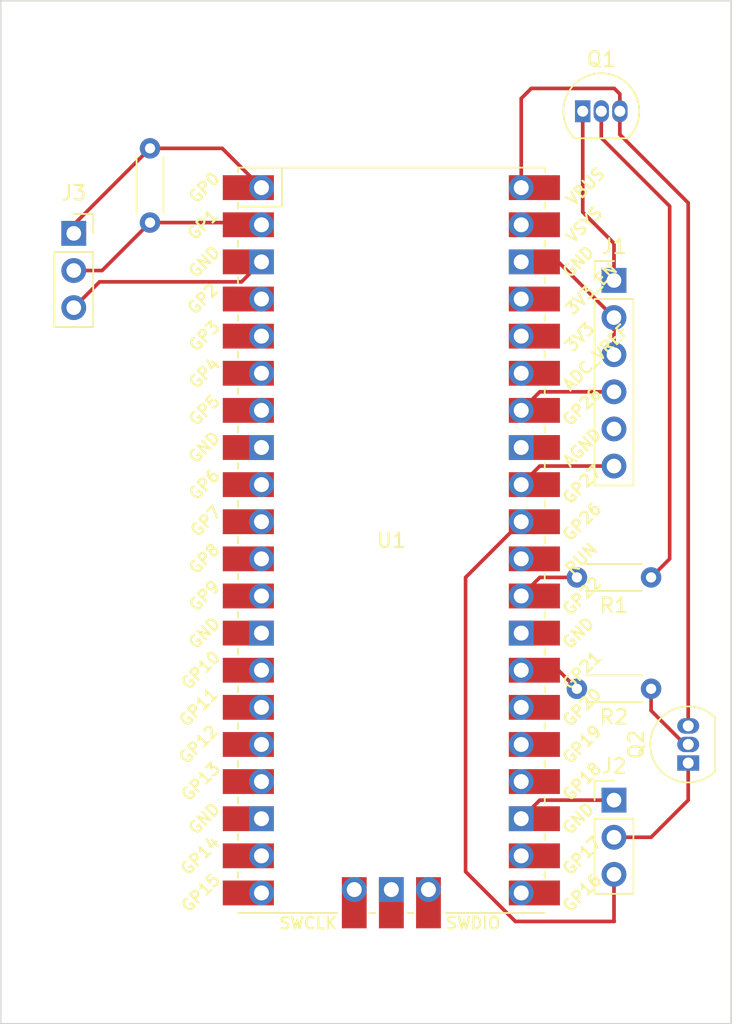
<source format=kicad_pcb>
(kicad_pcb (version 20221018) (generator pcbnew)
  (title_block (title "pico-hydroponics") (date "2023-07-18") (rev "0.0.1"))
  (layers (0 "F.Cu" signal) (31 "B.Cu" signal) (34 "B.Paste" user) (35 "F.Paste" user) (36 "B.SilkS" user "B.Silkscreen") (37 "F.SilkS" user "F.Silkscreen") (38 "B.Mask" user) (39 "F.Mask" user) (44 "Edge.Cuts" user))
  (net 0 "")
  (net 1 "Net-(J1-VCC)")
  (net 2 "Net-(J1-GND-Pad2)")
  (net 3 "Net-(J1-Po)")
  (net 5 "Net-(J1-To)")
  (net 6 "Net-(J2--)")
  (net 7 "Net-(J2-+)")
  (net 8 "+3.3V")
  (net 9 "Net-(J2-A)")
  (net 10 "Net-(J3-O)")
  (net 11 "Net-(J3--)")
  (net 12 "+5V")
  (net 13 "Net-(Q1-B)")
  (net 14 "Net-(Q2-B)")
  (net 15 "Net-(U1-GPIO22)")
  (net 16 "Net-(U1-GPIO21)")
  (footprint "Resistor_THT:R_Axial_DIN0204_L3.6mm_D1.6mm_P5.08mm_Horizontal" (layer "F.Cu") (at 121.52 75.08 180)
    (fp_text reference "R2" (at 2.54 -1.92 180) (layer "F.SilkS"))
    (fp_text value "1k")
    (fp_line (start 0.62 -0.92) (end 4.46 -0.92) (stroke (width 0.12)) (layer "F.SilkS"))
    (fp_line (start 0.62 0.92) (end 4.46 0.92) (stroke (width 0.12)) (layer "F.SilkS"))
    (pad "1" thru_hole circle (at 0 0 180) (size 1.4 1.4) (drill 0.7) (layers "*.Cu" "*.Mask") (net 14 "Net-(Q2-B)"))
    (pad "2" thru_hole oval (at 5.08 0 180) (size 1.4 1.4) (drill 0.7) (layers "*.Cu" "*.Mask") (net 16 "Net-(U1-GPIO21)"))
  )
  (footprint "Connector_PinHeader_2.54mm:PinHeader_1x06_P2.54mm_Vertical" (layer "F.Cu") (at 118.98 47.14)
    (fp_text reference "J1" (at 0 -2.33) (layer "F.SilkS"))
    (fp_text value "ph-4502c")
    (fp_line (start -1.33 -1.33) (end 0 -1.33) (stroke (width 0.12)) (layer "F.SilkS"))
    (fp_line (start -1.33 0) (end -1.33 -1.33) (stroke (width 0.12)) (layer "F.SilkS"))
    (fp_line (start -1.33 1.27) (end -1.33 14.03) (stroke (width 0.12)) (layer "F.SilkS"))
    (fp_line (start -1.33 1.27) (end 1.33 1.27) (stroke (width 0.12)) (layer "F.SilkS"))
    (fp_line (start -1.33 14.03) (end 1.33 14.03) (stroke (width 0.12)) (layer "F.SilkS"))
    (fp_line (start 1.33 1.27) (end 1.33 14.03) (stroke (width 0.12)) (layer "F.SilkS"))
    (pad "1" thru_hole rect (at 0 0) (size 1.7 1.7) (drill 1) (layers "*.Cu" "*.Mask") (net 1 "Net-(J1-VCC)"))
    (pad "2" thru_hole oval (at 0 2.54) (size 1.7 1.7) (drill 1) (layers "*.Cu" "*.Mask") (net 2 "Net-(J1-GND-Pad2)"))
    (pad "3" thru_hole oval (at 0 5.08) (size 1.7 1.7) (drill 1) (layers "*.Cu" "*.Mask") (net 2 "Net-(J1-GND-Pad2)"))
    (pad "4" thru_hole oval (at 0 7.62) (size 1.7 1.7) (drill 1) (layers "*.Cu" "*.Mask") (net 3 "Net-(J1-Po)"))
    (pad "5" thru_hole oval (at 0 10.16) (size 1.7 1.7) (drill 1) (layers "*.Cu" "*.Mask"))
    (pad "6" thru_hole oval (at 0 12.7) (size 1.7 1.7) (drill 1) (layers "*.Cu" "*.Mask") (net 5 "Net-(J1-To)"))
  )
  (footprint "Resistor_THT:R_Axial_DIN0204_L3.6mm_D1.6mm_P5.08mm_Horizontal" (layer "F.Cu") (at 87.22 38.1 -90)
    (fp_text reference "R3" hide)
    (fp_text value "10k")
    (fp_line (start 0.62 -0.92) (end 4.46 -0.92) (stroke (width 0.12)) (layer "F.SilkS"))
    (fp_line (start 0.62 0.92) (end 4.46 0.92) (stroke (width 0.12)) (layer "F.SilkS"))
    (pad "1" thru_hole circle (at 0 0 270) (size 1.4 1.4) (drill 0.7) (layers "*.Cu" "*.Mask") (net 8 "+3.3V"))
    (pad "2" thru_hole oval (at 5.08 0 270) (size 1.4 1.4) (drill 0.7) (layers "*.Cu" "*.Mask") (net 10 "Net-(J3-O)"))
  )
  (footprint "Connector_PinSocket_2.54mm:PinSocket_1x03_P2.54mm_Vertical" (layer "F.Cu") (at 82 43.92)
    (fp_text reference "J3" (at 0 -2.77) (layer "F.SilkS"))
    (fp_text value "dht22")
    (fp_line (start -1.33 1.27) (end -1.33 6.41) (stroke (width 0.12)) (layer "F.SilkS"))
    (fp_line (start -1.33 1.27) (end 1.33 1.27) (stroke (width 0.12)) (layer "F.SilkS"))
    (fp_line (start -1.33 6.41) (end 1.33 6.41) (stroke (width 0.12)) (layer "F.SilkS"))
    (fp_line (start 0 -1.33) (end 1.33 -1.33) (stroke (width 0.12)) (layer "F.SilkS"))
    (fp_line (start 1.33 -1.33) (end 1.33 0) (stroke (width 0.12)) (layer "F.SilkS"))
    (fp_line (start 1.33 1.27) (end 1.33 6.41) (stroke (width 0.12)) (layer "F.SilkS"))
    (pad "1" thru_hole rect (at 0 0) (size 1.7 1.7) (drill 1) (layers "*.Cu" "*.Mask") (net 8 "+3.3V"))
    (pad "2" thru_hole oval (at 0 2.54) (size 1.7 1.7) (drill 1) (layers "*.Cu" "*.Mask") (net 10 "Net-(J3-O)"))
    (pad "3" thru_hole oval (at 0 5.08) (size 1.7 1.7) (drill 1) (layers "*.Cu" "*.Mask") (net 11 "Net-(J3--)"))
  )
  (footprint "Package_TO_SOT_THT:TO-92_Inline" (layer "F.Cu") (at 124.06 80.16 90)
    (fp_text reference "Q2" (at 1.27 -3.56 90) (layer "F.SilkS"))
    (fp_text value "PN2222A")
    (fp_line (start -0.53 1.85) (end 3.07 1.85) (stroke (width 0.12)) (layer "F.SilkS"))
    (fp_arc (start -0.568478 1.838478) (mid -1.132087 -0.994977) (end 1.27 -2.6) (stroke (width 0.12)) (layer "F.SilkS"))
    (fp_arc (start 1.27 -2.6) (mid 3.672087 -0.994977) (end 3.108478 1.838478) (stroke (width 0.12)) (layer "F.SilkS"))
    (pad "1" thru_hole rect (at 0 0 90) (size 1.05 1.5) (drill 0.75) (layers "*.Cu" "*.Mask") (net 7 "Net-(J2-+)"))
    (pad "2" thru_hole oval (at 1.27 0 90) (size 1.05 1.5) (drill 0.75) (layers "*.Cu" "*.Mask") (net 14 "Net-(Q2-B)"))
    (pad "3" thru_hole oval (at 2.54 0 90) (size 1.05 1.5) (drill 0.75) (layers "*.Cu" "*.Mask") (net 12 "+5V"))
  )
  (footprint "MCU_RaspberryPi_and_Boards:RPi_Pico_SMD_TH" (layer "F.Cu") (at 103.74 64.92)
    (fp_text reference "U1" (at 0 0) (layer "F.SilkS"))
    (fp_text value "Pico")
    (fp_text user "GP28" (at 13.054 -9.144 45) (layer "F.SilkS") (effects (font (size 0.8 0.8))))
    (fp_text user "GP5" (at -12.8 -8.89 45) (layer "F.SilkS") (effects (font (size 0.8 0.8))))
    (fp_text user "GP11" (at -13.2 11.43 45) (layer "F.SilkS") (effects (font (size 0.8 0.8))))
    (fp_text user "SWDIO" (at 5.6 26.2) (layer "F.SilkS") (effects (font (size 0.8 0.8))))
    (fp_text user "GP18" (at 13.054 16.51 45) (layer "F.SilkS") (effects (font (size 0.8 0.8))))
    (fp_text user "GND" (at -12.8 19.05 45) (layer "F.SilkS") (effects (font (size 0.8 0.8))))
    (fp_text user "GP1" (at -12.9 -21.6 45) (layer "F.SilkS") (effects (font (size 0.8 0.8))))
    (fp_text user "ADC_VREF" (at 14 -12.5 45) (layer "F.SilkS") (effects (font (size 0.8 0.8))))
    (fp_text user "GND" (at -12.8 6.35 45) (layer "F.SilkS") (effects (font (size 0.8 0.8))))
    (fp_text user "GND" (at -12.8 -19.05 45) (layer "F.SilkS") (effects (font (size 0.8 0.8))))
    (fp_text user "GP9" (at -12.8 3.81 45) (layer "F.SilkS") (effects (font (size 0.8 0.8))))
    (fp_text user "GP12" (at -13.2 13.97 45) (layer "F.SilkS") (effects (font (size 0.8 0.8))))
    (fp_text user "GND" (at -12.8 -6.35 45) (layer "F.SilkS") (effects (font (size 0.8 0.8))))
    (fp_text user "3V3" (at 12.9 -13.9 45) (layer "F.SilkS") (effects (font (size 0.8 0.8))))
    (fp_text user "GP16" (at 13.054 24.13 45) (layer "F.SilkS") (effects (font (size 0.8 0.8))))
    (fp_text user "GP22" (at 13.054 3.81 45) (layer "F.SilkS") (effects (font (size 0.8 0.8))))
    (fp_text user "GP15" (at -13.054 24.13 45) (layer "F.SilkS") (effects (font (size 0.8 0.8))))
    (fp_text user "GP3" (at -12.8 -13.97 45) (layer "F.SilkS") (effects (font (size 0.8 0.8))))
    (fp_text user "GND" (at 12.8 6.35 45) (layer "F.SilkS") (effects (font (size 0.8 0.8))))
    (fp_text user "GP27" (at 13.054 -3.8 45) (layer "F.SilkS") (effects (font (size 0.8 0.8))))
    (fp_text user "GP19" (at 13.054 13.97 45) (layer "F.SilkS") (effects (font (size 0.8 0.8))))
    (fp_text user "GP7" (at -12.7 -1.3 45) (layer "F.SilkS") (effects (font (size 0.8 0.8))))
    (fp_text user "SWCLK" (at -5.7 26.2) (layer "F.SilkS") (effects (font (size 0.8 0.8))))
    (fp_text user "GP21" (at 13.054 8.9 45) (layer "F.SilkS") (effects (font (size 0.8 0.8))))
    (fp_text user "GP26" (at 13.054 -1.27 45) (layer "F.SilkS") (effects (font (size 0.8 0.8))))
    (fp_text user "VBUS" (at 13.3 -24.2 45) (layer "F.SilkS") (effects (font (size 0.8 0.8))))
    (fp_text user "GND" (at 12.8 19.05 45) (layer "F.SilkS") (effects (font (size 0.8 0.8))))
    (fp_text user "AGND" (at 13.054 -6.35 45) (layer "F.SilkS") (effects (font (size 0.8 0.8))))
    (fp_text user "GP8" (at -12.8 1.27 45) (layer "F.SilkS") (effects (font (size 0.8 0.8))))
    (fp_text user "GP17" (at 13.054 21.59 45) (layer "F.SilkS") (effects (font (size 0.8 0.8))))
    (fp_text user "GND" (at 12.8 -19.05 45) (layer "F.SilkS") (effects (font (size 0.8 0.8))))
    (fp_text user "GP0" (at -12.8 -24.13 45) (layer "F.SilkS") (effects (font (size 0.8 0.8))))
    (fp_text user "VSYS" (at 13.2 -21.59 45) (layer "F.SilkS") (effects (font (size 0.8 0.8))))
    (fp_text user "GP6" (at -12.8 -3.81 45) (layer "F.SilkS") (effects (font (size 0.8 0.8))))
    (fp_text user "RUN" (at 13 1.27 45) (layer "F.SilkS") (effects (font (size 0.8 0.8))))
    (fp_text user "3V3_EN" (at 13.7 -17.2 45) (layer "F.SilkS") (effects (font (size 0.8 0.8))))
    (fp_text user "GP10" (at -13.054 8.89 45) (layer "F.SilkS") (effects (font (size 0.8 0.8))))
    (fp_text user "GP20" (at 13.054 11.43 45) (layer "F.SilkS") (effects (font (size 0.8 0.8))))
    (fp_text user "GP14" (at -13.1 21.59 45) (layer "F.SilkS") (effects (font (size 0.8 0.8))))
    (fp_text user "GP13" (at -13.054 16.51 45) (layer "F.SilkS") (effects (font (size 0.8 0.8))))
    (fp_text user "GP2" (at -12.9 -16.51 45) (layer "F.SilkS") (effects (font (size 0.8 0.8))))
    (fp_text user "GP4" (at -12.8 -11.43 45) (layer "F.SilkS") (effects (font (size 0.8 0.8))))
    (fp_line (start -10.5 -25.5) (end -10.5 -25.2) (stroke (width 0.12)) (layer "F.SilkS"))
    (fp_line (start -10.5 -25.5) (end 10.5 -25.5) (stroke (width 0.12)) (layer "F.SilkS"))
    (fp_line (start -10.5 -23.1) (end -10.5 -22.7) (stroke (width 0.12)) (layer "F.SilkS"))
    (fp_line (start -10.5 -22.833) (end -7.493 -22.833) (stroke (width 0.12)) (layer "F.SilkS"))
    (fp_line (start -10.5 -20.5) (end -10.5 -20.1) (stroke (width 0.12)) (layer "F.SilkS"))
    (fp_line (start -10.5 -18) (end -10.5 -17.6) (stroke (width 0.12)) (layer "F.SilkS"))
    (fp_line (start -10.5 -15.4) (end -10.5 -15) (stroke (width 0.12)) (layer "F.SilkS"))
    (fp_line (start -10.5 -12.9) (end -10.5 -12.5) (stroke (width 0.12)) (layer "F.SilkS"))
    (fp_line (start -10.5 -10.4) (end -10.5 -10) (stroke (width 0.12)) (layer "F.SilkS"))
    (fp_line (start -10.5 -7.8) (end -10.5 -7.4) (stroke (width 0.12)) (layer "F.SilkS"))
    (fp_line (start -10.5 -5.3) (end -10.5 -4.9) (stroke (width 0.12)) (layer "F.SilkS"))
    (fp_line (start -10.5 -2.7) (end -10.5 -2.3) (stroke (width 0.12)) (layer "F.SilkS"))
    (fp_line (start -10.5 -0.2) (end -10.5 0.2) (stroke (width 0.12)) (layer "F.SilkS"))
    (fp_line (start -10.5 2.3) (end -10.5 2.7) (stroke (width 0.12)) (layer "F.SilkS"))
    (fp_line (start -10.5 4.9) (end -10.5 5.3) (stroke (width 0.12)) (layer "F.SilkS"))
    (fp_line (start -10.5 7.4) (end -10.5 7.8) (stroke (width 0.12)) (layer "F.SilkS"))
    (fp_line (start -10.5 10) (end -10.5 10.4) (stroke (width 0.12)) (layer "F.SilkS"))
    (fp_line (start -10.5 12.5) (end -10.5 12.9) (stroke (width 0.12)) (layer "F.SilkS"))
    (fp_line (start -10.5 15.1) (end -10.5 15.5) (stroke (width 0.12)) (layer "F.SilkS"))
    (fp_line (start -10.5 17.6) (end -10.5 18) (stroke (width 0.12)) (layer "F.SilkS"))
    (fp_line (start -10.5 20.1) (end -10.5 20.5) (stroke (width 0.12)) (layer "F.SilkS"))
    (fp_line (start -10.5 22.7) (end -10.5 23.1) (stroke (width 0.12)) (layer "F.SilkS"))
    (fp_line (start -7.493 -22.833) (end -7.493 -25.5) (stroke (width 0.12)) (layer "F.SilkS"))
    (fp_line (start -3.7 25.5) (end -10.5 25.5) (stroke (width 0.12)) (layer "F.SilkS"))
    (fp_line (start -1.5 25.5) (end -1.1 25.5) (stroke (width 0.12)) (layer "F.SilkS"))
    (fp_line (start 1.1 25.5) (end 1.5 25.5) (stroke (width 0.12)) (layer "F.SilkS"))
    (fp_line (start 10.5 -25.5) (end 10.5 -25.2) (stroke (width 0.12)) (layer "F.SilkS"))
    (fp_line (start 10.5 -23.1) (end 10.5 -22.7) (stroke (width 0.12)) (layer "F.SilkS"))
    (fp_line (start 10.5 -20.5) (end 10.5 -20.1) (stroke (width 0.12)) (layer "F.SilkS"))
    (fp_line (start 10.5 -18) (end 10.5 -17.6) (stroke (width 0.12)) (layer "F.SilkS"))
    (fp_line (start 10.5 -15.4) (end 10.5 -15) (stroke (width 0.12)) (layer "F.SilkS"))
    (fp_line (start 10.5 -12.9) (end 10.5 -12.5) (stroke (width 0.12)) (layer "F.SilkS"))
    (fp_line (start 10.5 -10.4) (end 10.5 -10) (stroke (width 0.12)) (layer "F.SilkS"))
    (fp_line (start 10.5 -7.8) (end 10.5 -7.4) (stroke (width 0.12)) (layer "F.SilkS"))
    (fp_line (start 10.5 -5.3) (end 10.5 -4.9) (stroke (width 0.12)) (layer "F.SilkS"))
    (fp_line (start 10.5 -2.7) (end 10.5 -2.3) (stroke (width 0.12)) (layer "F.SilkS"))
    (fp_line (start 10.5 -0.2) (end 10.5 0.2) (stroke (width 0.12)) (layer "F.SilkS"))
    (fp_line (start 10.5 2.3) (end 10.5 2.7) (stroke (width 0.12)) (layer "F.SilkS"))
    (fp_line (start 10.5 4.9) (end 10.5 5.3) (stroke (width 0.12)) (layer "F.SilkS"))
    (fp_line (start 10.5 7.4) (end 10.5 7.8) (stroke (width 0.12)) (layer "F.SilkS"))
    (fp_line (start 10.5 10) (end 10.5 10.4) (stroke (width 0.12)) (layer "F.SilkS"))
    (fp_line (start 10.5 12.5) (end 10.5 12.9) (stroke (width 0.12)) (layer "F.SilkS"))
    (fp_line (start 10.5 15.1) (end 10.5 15.5) (stroke (width 0.12)) (layer "F.SilkS"))
    (fp_line (start 10.5 17.6) (end 10.5 18) (stroke (width 0.12)) (layer "F.SilkS"))
    (fp_line (start 10.5 20.1) (end 10.5 20.5) (stroke (width 0.12)) (layer "F.SilkS"))
    (fp_line (start 10.5 22.7) (end 10.5 23.1) (stroke (width 0.12)) (layer "F.SilkS"))
    (fp_line (start 10.5 25.5) (end 3.7 25.5) (stroke (width 0.12)) (layer "F.SilkS"))
    (pad "" np_thru_hole oval (at -2.725 -24) (size 1.8 1.8) (drill 1.8) (layers "*.Cu" "*.Mask"))
    (pad "" np_thru_hole oval (at -2.425 -20.97) (size 1.5 1.5) (drill 1.5) (layers "*.Cu" "*.Mask"))
    (pad "" np_thru_hole oval (at 2.425 -20.97) (size 1.5 1.5) (drill 1.5) (layers "*.Cu" "*.Mask"))
    (pad "" np_thru_hole oval (at 2.725 -24) (size 1.8 1.8) (drill 1.8) (layers "*.Cu" "*.Mask"))
    (pad "1" thru_hole oval (at -8.89 -24.13) (size 1.7 1.7) (drill 1.02) (layers "*.Cu" "*.Mask") (net 8 "+3.3V"))
    (pad "1" smd rect (at -8.89 -24.13) (size 3.5 1.7) (drill (offset -0.9 0)) (layers "F.Cu" "F.Mask") (net 8 "+3.3V"))
    (pad "2" thru_hole oval (at -8.89 -21.59) (size 1.7 1.7) (drill 1.02) (layers "*.Cu" "*.Mask") (net 10 "Net-(J3-O)"))
    (pad "2" smd rect (at -8.89 -21.59) (size 3.5 1.7) (drill (offset -0.9 0)) (layers "F.Cu" "F.Mask") (net 10 "Net-(J3-O)"))
    (pad "3" thru_hole rect (at -8.89 -19.05) (size 1.7 1.7) (drill 1.02) (layers "*.Cu" "*.Mask") (net 11 "Net-(J3--)"))
    (pad "3" smd rect (at -8.89 -19.05) (size 3.5 1.7) (drill (offset -0.9 0)) (layers "F.Cu" "F.Mask") (net 11 "Net-(J3--)"))
    (pad "4" thru_hole oval (at -8.89 -16.51) (size 1.7 1.7) (drill 1.02) (layers "*.Cu" "*.Mask"))
    (pad "4" smd rect (at -8.89 -16.51) (size 3.5 1.7) (drill (offset -0.9 0)) (layers "F.Cu" "F.Mask"))
    (pad "5" thru_hole oval (at -8.89 -13.97) (size 1.7 1.7) (drill 1.02) (layers "*.Cu" "*.Mask"))
    (pad "5" smd rect (at -8.89 -13.97) (size 3.5 1.7) (drill (offset -0.9 0)) (layers "F.Cu" "F.Mask"))
    (pad "6" thru_hole oval (at -8.89 -11.43) (size 1.7 1.7) (drill 1.02) (layers "*.Cu" "*.Mask"))
    (pad "6" smd rect (at -8.89 -11.43) (size 3.5 1.7) (drill (offset -0.9 0)) (layers "F.Cu" "F.Mask"))
    (pad "7" thru_hole oval (at -8.89 -8.89) (size 1.7 1.7) (drill 1.02) (layers "*.Cu" "*.Mask"))
    (pad "7" smd rect (at -8.89 -8.89) (size 3.5 1.7) (drill (offset -0.9 0)) (layers "F.Cu" "F.Mask"))
    (pad "8" thru_hole rect (at -8.89 -6.35) (size 1.7 1.7) (drill 1.02) (layers "*.Cu" "*.Mask"))
    (pad "8" smd rect (at -8.89 -6.35) (size 3.5 1.7) (drill (offset -0.9 0)) (layers "F.Cu" "F.Mask"))
    (pad "9" thru_hole oval (at -8.89 -3.81) (size 1.7 1.7) (drill 1.02) (layers "*.Cu" "*.Mask"))
    (pad "9" smd rect (at -8.89 -3.81) (size 3.5 1.7) (drill (offset -0.9 0)) (layers "F.Cu" "F.Mask"))
    (pad "10" thru_hole oval (at -8.89 -1.27) (size 1.7 1.7) (drill 1.02) (layers "*.Cu" "*.Mask"))
    (pad "10" smd rect (at -8.89 -1.27) (size 3.5 1.7) (drill (offset -0.9 0)) (layers "F.Cu" "F.Mask"))
    (pad "11" thru_hole oval (at -8.89 1.27) (size 1.7 1.7) (drill 1.02) (layers "*.Cu" "*.Mask"))
    (pad "11" smd rect (at -8.89 1.27) (size 3.5 1.7) (drill (offset -0.9 0)) (layers "F.Cu" "F.Mask"))
    (pad "12" thru_hole oval (at -8.89 3.81) (size 1.7 1.7) (drill 1.02) (layers "*.Cu" "*.Mask"))
    (pad "12" smd rect (at -8.89 3.81) (size 3.5 1.7) (drill (offset -0.9 0)) (layers "F.Cu" "F.Mask"))
    (pad "13" thru_hole rect (at -8.89 6.35) (size 1.7 1.7) (drill 1.02) (layers "*.Cu" "*.Mask"))
    (pad "13" smd rect (at -8.89 6.35) (size 3.5 1.7) (drill (offset -0.9 0)) (layers "F.Cu" "F.Mask"))
    (pad "14" thru_hole oval (at -8.89 8.89) (size 1.7 1.7) (drill 1.02) (layers "*.Cu" "*.Mask"))
    (pad "14" smd rect (at -8.89 8.89) (size 3.5 1.7) (drill (offset -0.9 0)) (layers "F.Cu" "F.Mask"))
    (pad "15" thru_hole oval (at -8.89 11.43) (size 1.7 1.7) (drill 1.02) (layers "*.Cu" "*.Mask"))
    (pad "15" smd rect (at -8.89 11.43) (size 3.5 1.7) (drill (offset -0.9 0)) (layers "F.Cu" "F.Mask"))
    (pad "16" thru_hole oval (at -8.89 13.97) (size 1.7 1.7) (drill 1.02) (layers "*.Cu" "*.Mask"))
    (pad "16" smd rect (at -8.89 13.97) (size 3.5 1.7) (drill (offset -0.9 0)) (layers "F.Cu" "F.Mask"))
    (pad "17" thru_hole oval (at -8.89 16.51) (size 1.7 1.7) (drill 1.02) (layers "*.Cu" "*.Mask"))
    (pad "17" smd rect (at -8.89 16.51) (size 3.5 1.7) (drill (offset -0.9 0)) (layers "F.Cu" "F.Mask"))
    (pad "18" thru_hole rect (at -8.89 19.05) (size 1.7 1.7) (drill 1.02) (layers "*.Cu" "*.Mask"))
    (pad "18" smd rect (at -8.89 19.05) (size 3.5 1.7) (drill (offset -0.9 0)) (layers "F.Cu" "F.Mask"))
    (pad "19" thru_hole oval (at -8.89 21.59) (size 1.7 1.7) (drill 1.02) (layers "*.Cu" "*.Mask"))
    (pad "19" smd rect (at -8.89 21.59) (size 3.5 1.7) (drill (offset -0.9 0)) (layers "F.Cu" "F.Mask"))
    (pad "20" thru_hole oval (at -8.89 24.13) (size 1.7 1.7) (drill 1.02) (layers "*.Cu" "*.Mask"))
    (pad "20" smd rect (at -8.89 24.13) (size 3.5 1.7) (drill (offset -0.9 0)) (layers "F.Cu" "F.Mask"))
    (pad "21" thru_hole oval (at 8.89 24.13) (size 1.7 1.7) (drill 1.02) (layers "*.Cu" "*.Mask"))
    (pad "21" smd rect (at 8.89 24.13) (size 3.5 1.7) (drill (offset 0.9 0)) (layers "F.Cu" "F.Mask"))
    (pad "22" thru_hole oval (at 8.89 21.59) (size 1.7 1.7) (drill 1.02) (layers "*.Cu" "*.Mask"))
    (pad "22" smd rect (at 8.89 21.59) (size 3.5 1.7) (drill (offset 0.9 0)) (layers "F.Cu" "F.Mask"))
    (pad "23" thru_hole rect (at 8.89 19.05) (size 1.7 1.7) (drill 1.02) (layers "*.Cu" "*.Mask") (net 6 "Net-(J2--)"))
    (pad "23" smd rect (at 8.89 19.05) (size 3.5 1.7) (drill (offset 0.9 0)) (layers "F.Cu" "F.Mask") (net 6 "Net-(J2--)"))
    (pad "24" thru_hole oval (at 8.89 16.51) (size 1.7 1.7) (drill 1.02) (layers "*.Cu" "*.Mask"))
    (pad "24" smd rect (at 8.89 16.51) (size 3.5 1.7) (drill (offset 0.9 0)) (layers "F.Cu" "F.Mask"))
    (pad "25" thru_hole oval (at 8.89 13.97) (size 1.7 1.7) (drill 1.02) (layers "*.Cu" "*.Mask"))
    (pad "25" smd rect (at 8.89 13.97) (size 3.5 1.7) (drill (offset 0.9 0)) (layers "F.Cu" "F.Mask"))
    (pad "26" thru_hole oval (at 8.89 11.43) (size 1.7 1.7) (drill 1.02) (layers "*.Cu" "*.Mask"))
    (pad "26" smd rect (at 8.89 11.43) (size 3.5 1.7) (drill (offset 0.9 0)) (layers "F.Cu" "F.Mask"))
    (pad "27" thru_hole oval (at 8.89 8.89) (size 1.7 1.7) (drill 1.02) (layers "*.Cu" "*.Mask") (net 16 "Net-(U1-GPIO21)"))
    (pad "27" smd rect (at 8.89 8.89) (size 3.5 1.7) (drill (offset 0.9 0)) (layers "F.Cu" "F.Mask") (net 16 "Net-(U1-GPIO21)"))
    (pad "28" thru_hole rect (at 8.89 6.35) (size 1.7 1.7) (drill 1.02) (layers "*.Cu" "*.Mask"))
    (pad "28" smd rect (at 8.89 6.35) (size 3.5 1.7) (drill (offset 0.9 0)) (layers "F.Cu" "F.Mask"))
    (pad "29" thru_hole oval (at 8.89 3.81) (size 1.7 1.7) (drill 1.02) (layers "*.Cu" "*.Mask") (net 15 "Net-(U1-GPIO22)"))
    (pad "29" smd rect (at 8.89 3.81) (size 3.5 1.7) (drill (offset 0.9 0)) (layers "F.Cu" "F.Mask") (net 15 "Net-(U1-GPIO22)"))
    (pad "30" thru_hole oval (at 8.89 1.27) (size 1.7 1.7) (drill 1.02) (layers "*.Cu" "*.Mask"))
    (pad "30" smd rect (at 8.89 1.27) (size 3.5 1.7) (drill (offset 0.9 0)) (layers "F.Cu" "F.Mask"))
    (pad "31" thru_hole oval (at 8.89 -1.27) (size 1.7 1.7) (drill 1.02) (layers "*.Cu" "*.Mask") (net 9 "Net-(J2-A)"))
    (pad "31" smd rect (at 8.89 -1.27) (size 3.5 1.7) (drill (offset 0.9 0)) (layers "F.Cu" "F.Mask") (net 9 "Net-(J2-A)"))
    (pad "32" thru_hole oval (at 8.89 -3.81) (size 1.7 1.7) (drill 1.02) (layers "*.Cu" "*.Mask") (net 5 "Net-(J1-To)"))
    (pad "32" smd rect (at 8.89 -3.81) (size 3.5 1.7) (drill (offset 0.9 0)) (layers "F.Cu" "F.Mask") (net 5 "Net-(J1-To)"))
    (pad "33" thru_hole rect (at 8.89 -6.35) (size 1.7 1.7) (drill 1.02) (layers "*.Cu" "*.Mask"))
    (pad "33" smd rect (at 8.89 -6.35) (size 3.5 1.7) (drill (offset 0.9 0)) (layers "F.Cu" "F.Mask"))
    (pad "34" thru_hole oval (at 8.89 -8.89) (size 1.7 1.7) (drill 1.02) (layers "*.Cu" "*.Mask") (net 3 "Net-(J1-Po)"))
    (pad "34" smd rect (at 8.89 -8.89) (size 3.5 1.7) (drill (offset 0.9 0)) (layers "F.Cu" "F.Mask") (net 3 "Net-(J1-Po)"))
    (pad "35" thru_hole oval (at 8.89 -11.43) (size 1.7 1.7) (drill 1.02) (layers "*.Cu" "*.Mask"))
    (pad "35" smd rect (at 8.89 -11.43) (size 3.5 1.7) (drill (offset 0.9 0)) (layers "F.Cu" "F.Mask"))
    (pad "36" thru_hole oval (at 8.89 -13.97) (size 1.7 1.7) (drill 1.02) (layers "*.Cu" "*.Mask"))
    (pad "36" smd rect (at 8.89 -13.97) (size 3.5 1.7) (drill (offset 0.9 0)) (layers "F.Cu" "F.Mask"))
    (pad "37" thru_hole oval (at 8.89 -16.51) (size 1.7 1.7) (drill 1.02) (layers "*.Cu" "*.Mask"))
    (pad "37" smd rect (at 8.89 -16.51) (size 3.5 1.7) (drill (offset 0.9 0)) (layers "F.Cu" "F.Mask"))
    (pad "38" thru_hole rect (at 8.89 -19.05) (size 1.7 1.7) (drill 1.02) (layers "*.Cu" "*.Mask") (net 2 "Net-(J1-GND-Pad2)"))
    (pad "38" smd rect (at 8.89 -19.05) (size 3.5 1.7) (drill (offset 0.9 0)) (layers "F.Cu" "F.Mask") (net 2 "Net-(J1-GND-Pad2)"))
    (pad "39" thru_hole oval (at 8.89 -21.59) (size 1.7 1.7) (drill 1.02) (layers "*.Cu" "*.Mask"))
    (pad "39" smd rect (at 8.89 -21.59) (size 3.5 1.7) (drill (offset 0.9 0)) (layers "F.Cu" "F.Mask"))
    (pad "40" thru_hole oval (at 8.89 -24.13) (size 1.7 1.7) (drill 1.02) (layers "*.Cu" "*.Mask") (net 12 "+5V"))
    (pad "40" smd rect (at 8.89 -24.13) (size 3.5 1.7) (drill (offset 0.9 0)) (layers "F.Cu" "F.Mask") (net 12 "+5V"))
    (pad "41" thru_hole oval (at -2.54 23.9) (size 1.7 1.7) (drill 1.02) (layers "*.Cu" "*.Mask"))
    (pad "41" smd rect (at -2.54 23.9 90) (size 3.5 1.7) (drill (offset -0.9 0)) (layers "F.Cu" "F.Mask"))
    (pad "42" thru_hole rect (at 0 23.9) (size 1.7 1.7) (drill 1.02) (layers "*.Cu" "*.Mask"))
    (pad "42" smd rect (at 0 23.9 90) (size 3.5 1.7) (drill (offset -0.9 0)) (layers "F.Cu" "F.Mask"))
    (pad "43" thru_hole oval (at 2.54 23.9) (size 1.7 1.7) (drill 1.02) (layers "*.Cu" "*.Mask"))
    (pad "43" smd rect (at 2.54 23.9 90) (size 3.5 1.7) (drill (offset -0.9 0)) (layers "F.Cu" "F.Mask"))
  )
  (footprint "Connector_PinHeader_2.54mm:PinHeader_1x03_P2.54mm_Vertical" (layer "F.Cu") (at 118.98 82.7)
    (fp_text reference "J2" (at 0 -2.33 -360) (layer "F.SilkS"))
    (fp_text value "TDS meter")
    (fp_line (start -1.33 -1.33) (end 0 -1.33) (stroke (width 0.12)) (layer "F.SilkS"))
    (fp_line (start -1.33 0) (end -1.33 -1.33) (stroke (width 0.12)) (layer "F.SilkS"))
    (fp_line (start -1.33 1.27) (end -1.33 6.41) (stroke (width 0.12)) (layer "F.SilkS"))
    (fp_line (start -1.33 1.27) (end 1.33 1.27) (stroke (width 0.12)) (layer "F.SilkS"))
    (fp_line (start -1.33 6.41) (end 1.33 6.41) (stroke (width 0.12)) (layer "F.SilkS"))
    (fp_line (start 1.33 1.27) (end 1.33 6.41) (stroke (width 0.12)) (layer "F.SilkS"))
    (pad "1" thru_hole rect (at 0 0) (size 1.7 1.7) (drill 1) (layers "*.Cu" "*.Mask") (net 6 "Net-(J2--)"))
    (pad "2" thru_hole oval (at 0 2.54) (size 1.7 1.7) (drill 1) (layers "*.Cu" "*.Mask") (net 7 "Net-(J2-+)"))
    (pad "3" thru_hole oval (at 0 5.08) (size 1.7 1.7) (drill 1) (layers "*.Cu" "*.Mask") (net 9 "Net-(J2-A)"))
  )
  (footprint "Package_TO_SOT_THT:TO-92_Inline" (layer "F.Cu") (at 116.84 35.56)
    (fp_text reference "Q1" (at 1.27 -3.56) (layer "F.SilkS"))
    (fp_text value "PN2222A" hide)
    (fp_line (start -0.53 1.85) (end 3.07 1.85) (stroke (width 0.12)) (layer "F.SilkS"))
    (fp_arc (start -0.568478 1.838478) (mid -1.132087 -0.994977) (end 1.27 -2.6) (stroke (width 0.12)) (layer "F.SilkS"))
    (fp_arc (start 1.27 -2.6) (mid 3.672087 -0.994977) (end 3.108478 1.838478) (stroke (width 0.12)) (layer "F.SilkS"))
    (pad "1" thru_hole rect (at 0 0) (size 1.05 1.5) (drill 0.75) (layers "*.Cu" "*.Mask") (net 1 "Net-(J1-VCC)"))
    (pad "2" thru_hole oval (at 1.27 0) (size 1.05 1.5) (drill 0.75) (layers "*.Cu" "*.Mask") (net 13 "Net-(Q1-B)"))
    (pad "3" thru_hole oval (at 2.54 0) (size 1.05 1.5) (drill 0.75) (layers "*.Cu" "*.Mask") (net 12 "+5V"))
  )
  (footprint "Resistor_THT:R_Axial_DIN0204_L3.6mm_D1.6mm_P5.08mm_Horizontal" (layer "F.Cu") (at 121.52 67.46 180)
    (fp_text reference "R1" (at 2.54 -1.92 180) (layer "F.SilkS"))
    (fp_text value "1k")
    (fp_line (start 0.62 -0.92) (end 4.46 -0.92) (stroke (width 0.12)) (layer "F.SilkS"))
    (fp_line (start 0.62 0.92) (end 4.46 0.92) (stroke (width 0.12)) (layer "F.SilkS"))
    (pad "1" thru_hole circle (at 0 0 180) (size 1.4 1.4) (drill 0.7) (layers "*.Cu" "*.Mask") (net 13 "Net-(Q1-B)"))
    (pad "2" thru_hole oval (at 5.08 0 180) (size 1.4 1.4) (drill 0.7) (layers "*.Cu" "*.Mask") (net 15 "Net-(U1-GPIO22)"))
  )
  (gr_rect (start 77 28) (end 127 98) (stroke (width 0.1)) (fill none) (layer "Edge.Cuts"))
  (segment (start 116.84 42.46) (end 118.98 44.6) (width 0.25) (layer "F.Cu") (net 1))
  (segment (start 118.98 47.14) (end 118.98 44.6) (width 0.25) (layer "F.Cu") (net 1))
  (segment (start 116.84 35.56) (end 116.84 42.46) (width 0.25) (layer "F.Cu") (net 1))
  (segment (start 112.63 45.87) (end 115.17 45.87) (width 0.25) (layer "F.Cu") (net 2))
  (segment (start 115.17 45.87) (end 118.98 49.68) (width 0.25) (layer "F.Cu") (net 2))
  (segment (start 118.98 52.22) (end 118.98 49.68) (width 0.25) (layer "F.Cu") (net 2))
  (segment (start 113.9 54.76) (end 112.63 56.03) (width 0.25) (layer "F.Cu") (net 3))
  (segment (start 118.98 54.76) (end 113.9 54.76) (width 0.25) (layer "F.Cu") (net 3))
  (segment (start 118.98 59.84) (end 113.9 59.84) (width 0.25) (layer "F.Cu") (net 5))
  (segment (start 113.9 59.84) (end 112.63 61.11) (width 0.25) (layer "F.Cu") (net 5))
  (segment (start 113.9 82.7) (end 118.98 82.7) (width 0.25) (layer "F.Cu") (net 6))
  (segment (start 112.63 83.97) (end 113.9 82.7) (width 0.25) (layer "F.Cu") (net 6))
  (segment (start 124.06 82.7) (end 124.06 80.16) (width 0.25) (layer "F.Cu") (net 7))
  (segment (start 121.52 85.24) (end 124.06 82.7) (width 0.25) (layer "F.Cu") (net 7))
  (segment (start 118.98 85.24) (end 121.52 85.24) (width 0.25) (layer "F.Cu") (net 7))
  (segment (start 94.85 40.79) (end 92.16 38.1) (width 0.25) (layer "F.Cu") (net 8))
  (segment (start 82 43.92) (end 82 43.32) (width 0.25) (layer "F.Cu") (net 8))
  (segment (start 92.16 38.1) (end 87.22 38.1) (width 0.25) (layer "F.Cu") (net 8))
  (segment (start 82 43.32) (end 87.22 38.1) (width 0.25) (layer "F.Cu") (net 8))
  (segment (start 118.98 90.98) (end 118.98 87.78) (width 0.25) (layer "F.Cu") (net 9))
  (segment (start 119 91) (end 118.98 90.98) (width 0.25) (layer "F.Cu") (net 9))
  (segment (start 108.82 67.46) (end 108.82 87.59) (width 0.25) (layer "F.Cu") (net 9))
  (segment (start 112.63 63.65) (end 108.82 67.46) (width 0.25) (layer "F.Cu") (net 9))
  (segment (start 108.82 87.59) (end 112.23 91) (width 0.25) (layer "F.Cu") (net 9))
  (segment (start 112.23 91) (end 119 91) (width 0.25) (layer "F.Cu") (net 9))
  (segment (start 87.22 43.18) (end 94.7 43.18) (width 0.25) (layer "F.Cu") (net 10))
  (segment (start 94.7 43.18) (end 94.85 43.33) (width 0.25) (layer "F.Cu") (net 10))
  (segment (start 82 46.46) (end 83.94 46.46) (width 0.25) (layer "F.Cu") (net 10))
  (segment (start 83.94 46.46) (end 87.22 43.18) (width 0.25) (layer "F.Cu") (net 10))
  (segment (start 83.765 47.235) (end 93.485 47.235) (width 0.25) (layer "F.Cu") (net 11))
  (segment (start 93.485 47.235) (end 94.85 45.87) (width 0.25) (layer "F.Cu") (net 11))
  (segment (start 82 49) (end 83.765 47.235) (width 0.25) (layer "F.Cu") (net 11))
  (segment (start 119 34) (end 119.38 34.38) (width 0.25) (layer "F.Cu") (net 12))
  (segment (start 119.38 37.155) (end 124.06 41.835) (width 0.25) (layer "F.Cu") (net 12))
  (segment (start 112.63 40.79) (end 112.63 34.69) (width 0.25) (layer "F.Cu") (net 12))
  (segment (start 119.38 34.38) (end 119.38 35.56) (width 0.25) (layer "F.Cu") (net 12))
  (segment (start 119.38 35.56) (end 119.38 37.155) (width 0.25) (layer "F.Cu") (net 12))
  (segment (start 113.32 34) (end 119 34) (width 0.25) (layer "F.Cu") (net 12))
  (segment (start 112.63 34.69) (end 113.32 34) (width 0.25) (layer "F.Cu") (net 12))
  (segment (start 124.06 41.835) (end 124.06 77.62) (width 0.25) (layer "F.Cu") (net 12))
  (segment (start 122.79 66.19) (end 122.79 42.06) (width 0.25) (layer "F.Cu") (net 13))
  (segment (start 118.11 37.38) (end 118.11 35.56) (width 0.25) (layer "F.Cu") (net 13))
  (segment (start 122.79 42.06) (end 118.11 37.38) (width 0.25) (layer "F.Cu") (net 13))
  (segment (start 121.52 67.46) (end 122.79 66.19) (width 0.25) (layer "F.Cu") (net 13))
  (segment (start 123.835 78.89) (end 124.06 78.89) (width 0.25) (layer "F.Cu") (net 14))
  (segment (start 121.52 76.575) (end 123.835 78.89) (width 0.25) (layer "F.Cu") (net 14))
  (segment (start 121.52 75.08) (end 121.52 76.575) (width 0.25) (layer "F.Cu") (net 14))
  (segment (start 112.63 68.73) (end 113.9 67.46) (width 0.25) (layer "F.Cu") (net 15))
  (segment (start 113.9 67.46) (end 116.44 67.46) (width 0.25) (layer "F.Cu") (net 15))
  (segment (start 112.63 73.81) (end 115.17 73.81) (width 0.25) (layer "F.Cu") (net 16))
  (segment (start 115.17 73.81) (end 116.44 75.08) (width 0.25) (layer "F.Cu") (net 16))
)
</source>
